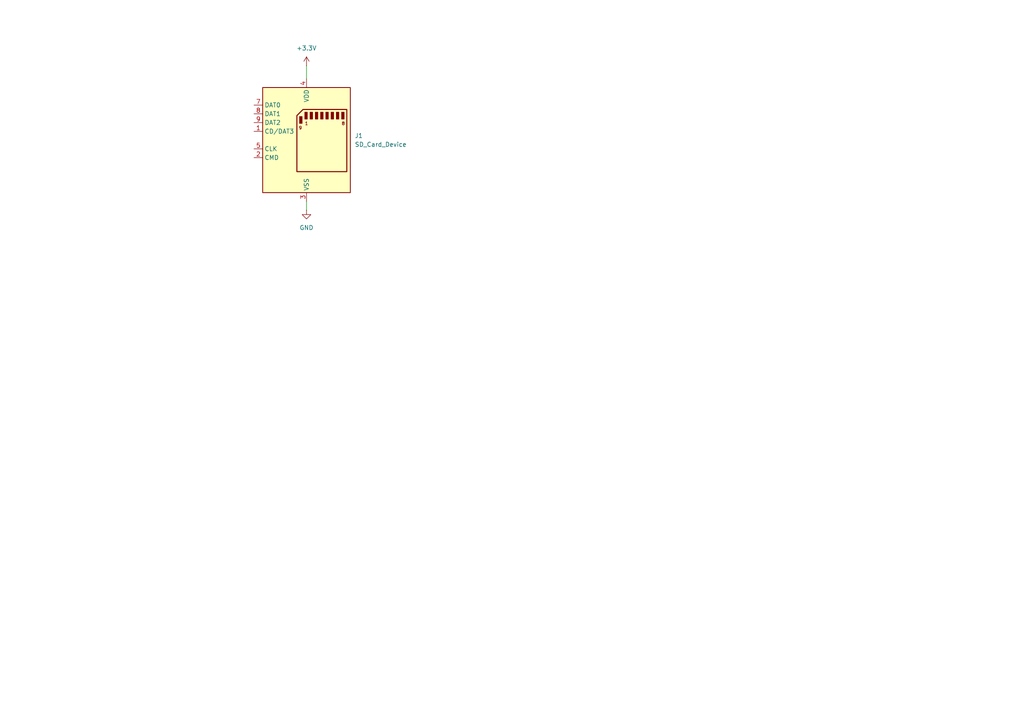
<source format=kicad_sch>
(kicad_sch (version 20250114) (generator "eeschema") (generator_version "9.0")
  (paper "A4")
  (lib_symbols
    (symbol "Connector:SD_Card_Device"
      (property "Reference" "J" (at -11.938 17.018 0))
      (property "Value" "SD_Card_Device" (at 9.144 -17.272 0))
      (symbol "SD_Card_Device_0_1"
        (rectangle (start -2.032 6.858) (end -1.27 4.826) (fill (type outline)))
        (rectangle (start -0.508 8.128) (end 0.254 6.096) (fill (type outline)))
        (rectangle (start 1.016 8.128) (end 1.778 6.096) (fill (type outline)))
        (rectangle (start 2.54 8.128) (end 3.302 6.096) (fill (type outline)))
        (rectangle (start 4.064 8.128) (end 4.826 6.096) (fill (type outline)))
        (rectangle (start 5.588 8.128) (end 6.35 6.096) (fill (type outline)))
        (rectangle (start 7.112 8.128) (end 7.874 6.096) (fill (type outline)))
        (rectangle (start 8.636 8.128) (end 9.398 6.096) (fill (type outline)))
        (rectangle (start 10.16 8.128) (end 10.922 6.096) (fill (type outline)))
      )
      (symbol "SD_Card_Device_1_1"
        (rectangle (start -12.7 15.24) (end 12.7 -15.24) (stroke (width 0.254)) (fill (type background)))
        (polyline (pts (xy -1.016 8.89) (xy 11.684 8.89) (xy 11.684 -9.144) (xy -2.794 -9.144) (xy -2.794 7.112) (xy -1.016 8.89)) (stroke (width 0.3)))
        (text "9" (at -1.778 3.556 0) (effects (font (size 0.9 0.9))))
        (text "1" (at 0 4.826 0) (effects (font (size 0.9 0.9))))
        (text "8" (at 10.668 4.826 0) (effects (font (size 0.9 0.9))))
        (pin bidirectional line (at -15.24 10.16 0) (length 2.54) (name "DAT0") (number "7"))
        (pin bidirectional line (at -15.24 7.62 0) (length 2.54) (name "DAT1") (number "8"))
        (pin bidirectional line (at -15.24 5.08 0) (length 2.54) (name "DAT2") (number "9"))
        (pin bidirectional line (at -15.24 2.54 0) (length 2.54) (name "CD/DAT3") (number "1"))
        (pin input line (at -15.24 -2.54 0) (length 2.54) (name "CLK") (number "5"))
        (pin bidirectional line (at -15.24 -5.08 0) (length 2.54) (name "CMD") (number "2"))
        (pin power_in line (at 0 17.78 270) (length 2.54) (name "VDD") (number "4"))
        (pin power_in line (at 0 -17.78 90) (length 2.54) (name "VSS") (number "3"))
        (pin passive line (at 0 -17.78 90) (length 2.54) (hide yes) (name "VSS") (number "6"))
      )
    )
    (symbol "power:+3.3V" (power) (pin_numbers (hide yes)) (pin_names (offset 0) (hide yes))
      (property "Value" "+3.3V" (at 0 3.556 0))
      (symbol "+3.3V_0_1"
        (polyline (pts (xy -0.762 1.27) (xy 0 2.54)))
        (polyline (pts (xy 0 2.54) (xy 0.762 1.27)))
        (polyline (pts (xy 0 0) (xy 0 2.54)))
      )
      (symbol "+3.3V_1_1"
        (pin power_in line (at 0 0 90) (length 0) (name "~") (number "1"))
      )
    )
    (symbol "power:GND" (power) (pin_numbers (hide yes)) (pin_names (offset 0) (hide yes))
      (property "Value" "GND" (at 0 -3.81 0))
      (symbol "GND_0_1"
        (polyline (pts (xy 0 0) (xy 0 -1.27) (xy 1.27 -1.27) (xy 0 -2.54) (xy -1.27 -1.27) (xy 0 -1.27)))
      )
      (symbol "GND_1_1"
        (pin power_in line (at 0 0 270) (length 0) (name "~") (number "1"))
      )
    )
  )
  (wire (pts (xy 88.9 58.42) (xy 88.9 60.96)))
  (wire (pts (xy 88.9 19.05) (xy 88.9 22.86)))
  (symbol (lib_id "power:GND") (at 88.9 60.96 0) (unit 1)
    (property "Reference" "#PWR012" (effects (hide yes)))
    (property "Value" "GND" (at 88.9 66.04 0))
    (property "Description" "Power symbol creates a global label with name \"GND\" , ground" (effects (hide yes)))
  )
  (symbol (lib_id "power:+3.3V") (at 88.9 19.05 0) (unit 1)
    (property "Reference" "#PWR013" (effects (hide yes)))
    (property "Value" "+3.3V" (at 88.9 13.97 0))
    (property "Description" "Power symbol creates a global label with name \"+3.3V\"" (effects (hide yes)))
  )
  (symbol (lib_id "Connector:SD_Card_Device") (at 88.9 40.64 0) (unit 1)
    (property "Reference" "J1" (at 102.87 39.3699 0) (effects (justify left)))
    (property "Value" "SD_Card_Device" (at 102.87 41.9099 0) (effects (justify left)))
    (property "Datasheet" "http://www.convict.lu/pdf/ProdManualSDCardv1.9.pdf" (effects (hide yes)))
    (property "Description" "SD card device/card" (effects (hide yes)))
  )
)
</source>
